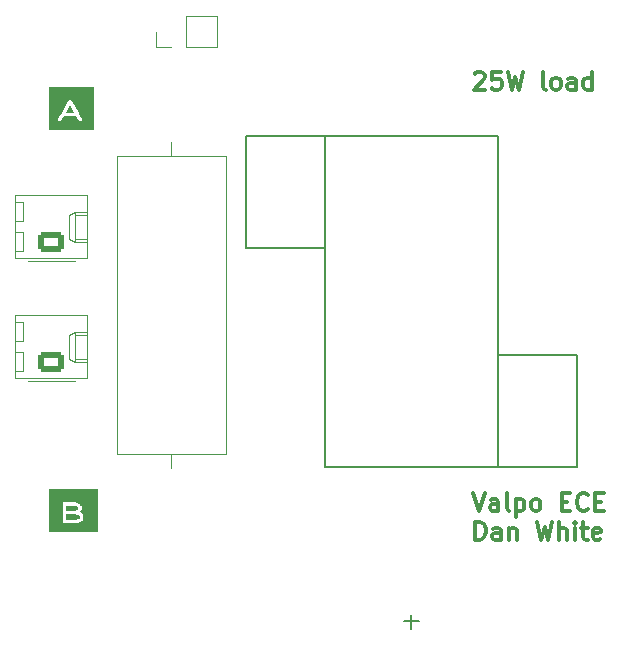
<source format=gbr>
%TF.GenerationSoftware,KiCad,Pcbnew,7.0.1-3b83917a11~172~ubuntu22.04.1*%
%TF.CreationDate,2023-04-12T15:56:53-05:00*%
%TF.ProjectId,load-resistors,6c6f6164-2d72-4657-9369-73746f72732e,rev?*%
%TF.SameCoordinates,Original*%
%TF.FileFunction,Legend,Top*%
%TF.FilePolarity,Positive*%
%FSLAX46Y46*%
G04 Gerber Fmt 4.6, Leading zero omitted, Abs format (unit mm)*
G04 Created by KiCad (PCBNEW 7.0.1-3b83917a11~172~ubuntu22.04.1) date 2023-04-12 15:56:53*
%MOMM*%
%LPD*%
G01*
G04 APERTURE LIST*
G04 Aperture macros list*
%AMRoundRect*
0 Rectangle with rounded corners*
0 $1 Rounding radius*
0 $2 $3 $4 $5 $6 $7 $8 $9 X,Y pos of 4 corners*
0 Add a 4 corners polygon primitive as box body*
4,1,4,$2,$3,$4,$5,$6,$7,$8,$9,$2,$3,0*
0 Add four circle primitives for the rounded corners*
1,1,$1+$1,$2,$3*
1,1,$1+$1,$4,$5*
1,1,$1+$1,$6,$7*
1,1,$1+$1,$8,$9*
0 Add four rect primitives between the rounded corners*
20,1,$1+$1,$2,$3,$4,$5,0*
20,1,$1+$1,$4,$5,$6,$7,0*
20,1,$1+$1,$6,$7,$8,$9,0*
20,1,$1+$1,$8,$9,$2,$3,0*%
G04 Aperture macros list end*
%ADD10C,0.300000*%
%ADD11C,0.120000*%
%ADD12C,0.152400*%
%ADD13C,3.200000*%
%ADD14O,1.700000X1.700000*%
%ADD15R,1.700000X1.700000*%
%ADD16RoundRect,0.250000X0.845000X-0.620000X0.845000X0.620000X-0.845000X0.620000X-0.845000X-0.620000X0*%
%ADD17O,2.190000X1.740000*%
%ADD18R,2.000000X2.000000*%
%ADD19C,2.000000*%
%ADD20C,2.400000*%
%ADD21O,2.400000X2.400000*%
G04 APERTURE END LIST*
D10*
X206025714Y-72119285D02*
X206097142Y-72047857D01*
X206097142Y-72047857D02*
X206240000Y-71976428D01*
X206240000Y-71976428D02*
X206597142Y-71976428D01*
X206597142Y-71976428D02*
X206740000Y-72047857D01*
X206740000Y-72047857D02*
X206811428Y-72119285D01*
X206811428Y-72119285D02*
X206882857Y-72262142D01*
X206882857Y-72262142D02*
X206882857Y-72405000D01*
X206882857Y-72405000D02*
X206811428Y-72619285D01*
X206811428Y-72619285D02*
X205954285Y-73476428D01*
X205954285Y-73476428D02*
X206882857Y-73476428D01*
X208239999Y-71976428D02*
X207525713Y-71976428D01*
X207525713Y-71976428D02*
X207454285Y-72690714D01*
X207454285Y-72690714D02*
X207525713Y-72619285D01*
X207525713Y-72619285D02*
X207668571Y-72547857D01*
X207668571Y-72547857D02*
X208025713Y-72547857D01*
X208025713Y-72547857D02*
X208168571Y-72619285D01*
X208168571Y-72619285D02*
X208239999Y-72690714D01*
X208239999Y-72690714D02*
X208311428Y-72833571D01*
X208311428Y-72833571D02*
X208311428Y-73190714D01*
X208311428Y-73190714D02*
X208239999Y-73333571D01*
X208239999Y-73333571D02*
X208168571Y-73405000D01*
X208168571Y-73405000D02*
X208025713Y-73476428D01*
X208025713Y-73476428D02*
X207668571Y-73476428D01*
X207668571Y-73476428D02*
X207525713Y-73405000D01*
X207525713Y-73405000D02*
X207454285Y-73333571D01*
X208811427Y-71976428D02*
X209168570Y-73476428D01*
X209168570Y-73476428D02*
X209454284Y-72405000D01*
X209454284Y-72405000D02*
X209739999Y-73476428D01*
X209739999Y-73476428D02*
X210097142Y-71976428D01*
X212025713Y-73476428D02*
X211882856Y-73405000D01*
X211882856Y-73405000D02*
X211811427Y-73262142D01*
X211811427Y-73262142D02*
X211811427Y-71976428D01*
X212811427Y-73476428D02*
X212668570Y-73405000D01*
X212668570Y-73405000D02*
X212597141Y-73333571D01*
X212597141Y-73333571D02*
X212525713Y-73190714D01*
X212525713Y-73190714D02*
X212525713Y-72762142D01*
X212525713Y-72762142D02*
X212597141Y-72619285D01*
X212597141Y-72619285D02*
X212668570Y-72547857D01*
X212668570Y-72547857D02*
X212811427Y-72476428D01*
X212811427Y-72476428D02*
X213025713Y-72476428D01*
X213025713Y-72476428D02*
X213168570Y-72547857D01*
X213168570Y-72547857D02*
X213239999Y-72619285D01*
X213239999Y-72619285D02*
X213311427Y-72762142D01*
X213311427Y-72762142D02*
X213311427Y-73190714D01*
X213311427Y-73190714D02*
X213239999Y-73333571D01*
X213239999Y-73333571D02*
X213168570Y-73405000D01*
X213168570Y-73405000D02*
X213025713Y-73476428D01*
X213025713Y-73476428D02*
X212811427Y-73476428D01*
X214597142Y-73476428D02*
X214597142Y-72690714D01*
X214597142Y-72690714D02*
X214525713Y-72547857D01*
X214525713Y-72547857D02*
X214382856Y-72476428D01*
X214382856Y-72476428D02*
X214097142Y-72476428D01*
X214097142Y-72476428D02*
X213954284Y-72547857D01*
X214597142Y-73405000D02*
X214454284Y-73476428D01*
X214454284Y-73476428D02*
X214097142Y-73476428D01*
X214097142Y-73476428D02*
X213954284Y-73405000D01*
X213954284Y-73405000D02*
X213882856Y-73262142D01*
X213882856Y-73262142D02*
X213882856Y-73119285D01*
X213882856Y-73119285D02*
X213954284Y-72976428D01*
X213954284Y-72976428D02*
X214097142Y-72905000D01*
X214097142Y-72905000D02*
X214454284Y-72905000D01*
X214454284Y-72905000D02*
X214597142Y-72833571D01*
X215954285Y-73476428D02*
X215954285Y-71976428D01*
X215954285Y-73405000D02*
X215811427Y-73476428D01*
X215811427Y-73476428D02*
X215525713Y-73476428D01*
X215525713Y-73476428D02*
X215382856Y-73405000D01*
X215382856Y-73405000D02*
X215311427Y-73333571D01*
X215311427Y-73333571D02*
X215239999Y-73190714D01*
X215239999Y-73190714D02*
X215239999Y-72762142D01*
X215239999Y-72762142D02*
X215311427Y-72619285D01*
X215311427Y-72619285D02*
X215382856Y-72547857D01*
X215382856Y-72547857D02*
X215525713Y-72476428D01*
X215525713Y-72476428D02*
X215811427Y-72476428D01*
X215811427Y-72476428D02*
X215954285Y-72547857D01*
X205882857Y-107646428D02*
X206382857Y-109146428D01*
X206382857Y-109146428D02*
X206882857Y-107646428D01*
X208025714Y-109146428D02*
X208025714Y-108360714D01*
X208025714Y-108360714D02*
X207954285Y-108217857D01*
X207954285Y-108217857D02*
X207811428Y-108146428D01*
X207811428Y-108146428D02*
X207525714Y-108146428D01*
X207525714Y-108146428D02*
X207382856Y-108217857D01*
X208025714Y-109075000D02*
X207882856Y-109146428D01*
X207882856Y-109146428D02*
X207525714Y-109146428D01*
X207525714Y-109146428D02*
X207382856Y-109075000D01*
X207382856Y-109075000D02*
X207311428Y-108932142D01*
X207311428Y-108932142D02*
X207311428Y-108789285D01*
X207311428Y-108789285D02*
X207382856Y-108646428D01*
X207382856Y-108646428D02*
X207525714Y-108575000D01*
X207525714Y-108575000D02*
X207882856Y-108575000D01*
X207882856Y-108575000D02*
X208025714Y-108503571D01*
X208954285Y-109146428D02*
X208811428Y-109075000D01*
X208811428Y-109075000D02*
X208739999Y-108932142D01*
X208739999Y-108932142D02*
X208739999Y-107646428D01*
X209525713Y-108146428D02*
X209525713Y-109646428D01*
X209525713Y-108217857D02*
X209668571Y-108146428D01*
X209668571Y-108146428D02*
X209954285Y-108146428D01*
X209954285Y-108146428D02*
X210097142Y-108217857D01*
X210097142Y-108217857D02*
X210168571Y-108289285D01*
X210168571Y-108289285D02*
X210239999Y-108432142D01*
X210239999Y-108432142D02*
X210239999Y-108860714D01*
X210239999Y-108860714D02*
X210168571Y-109003571D01*
X210168571Y-109003571D02*
X210097142Y-109075000D01*
X210097142Y-109075000D02*
X209954285Y-109146428D01*
X209954285Y-109146428D02*
X209668571Y-109146428D01*
X209668571Y-109146428D02*
X209525713Y-109075000D01*
X211097142Y-109146428D02*
X210954285Y-109075000D01*
X210954285Y-109075000D02*
X210882856Y-109003571D01*
X210882856Y-109003571D02*
X210811428Y-108860714D01*
X210811428Y-108860714D02*
X210811428Y-108432142D01*
X210811428Y-108432142D02*
X210882856Y-108289285D01*
X210882856Y-108289285D02*
X210954285Y-108217857D01*
X210954285Y-108217857D02*
X211097142Y-108146428D01*
X211097142Y-108146428D02*
X211311428Y-108146428D01*
X211311428Y-108146428D02*
X211454285Y-108217857D01*
X211454285Y-108217857D02*
X211525714Y-108289285D01*
X211525714Y-108289285D02*
X211597142Y-108432142D01*
X211597142Y-108432142D02*
X211597142Y-108860714D01*
X211597142Y-108860714D02*
X211525714Y-109003571D01*
X211525714Y-109003571D02*
X211454285Y-109075000D01*
X211454285Y-109075000D02*
X211311428Y-109146428D01*
X211311428Y-109146428D02*
X211097142Y-109146428D01*
X213382856Y-108360714D02*
X213882856Y-108360714D01*
X214097142Y-109146428D02*
X213382856Y-109146428D01*
X213382856Y-109146428D02*
X213382856Y-107646428D01*
X213382856Y-107646428D02*
X214097142Y-107646428D01*
X215597142Y-109003571D02*
X215525714Y-109075000D01*
X215525714Y-109075000D02*
X215311428Y-109146428D01*
X215311428Y-109146428D02*
X215168571Y-109146428D01*
X215168571Y-109146428D02*
X214954285Y-109075000D01*
X214954285Y-109075000D02*
X214811428Y-108932142D01*
X214811428Y-108932142D02*
X214739999Y-108789285D01*
X214739999Y-108789285D02*
X214668571Y-108503571D01*
X214668571Y-108503571D02*
X214668571Y-108289285D01*
X214668571Y-108289285D02*
X214739999Y-108003571D01*
X214739999Y-108003571D02*
X214811428Y-107860714D01*
X214811428Y-107860714D02*
X214954285Y-107717857D01*
X214954285Y-107717857D02*
X215168571Y-107646428D01*
X215168571Y-107646428D02*
X215311428Y-107646428D01*
X215311428Y-107646428D02*
X215525714Y-107717857D01*
X215525714Y-107717857D02*
X215597142Y-107789285D01*
X216239999Y-108360714D02*
X216739999Y-108360714D01*
X216954285Y-109146428D02*
X216239999Y-109146428D01*
X216239999Y-109146428D02*
X216239999Y-107646428D01*
X216239999Y-107646428D02*
X216954285Y-107646428D01*
X206097142Y-111576428D02*
X206097142Y-110076428D01*
X206097142Y-110076428D02*
X206454285Y-110076428D01*
X206454285Y-110076428D02*
X206668571Y-110147857D01*
X206668571Y-110147857D02*
X206811428Y-110290714D01*
X206811428Y-110290714D02*
X206882857Y-110433571D01*
X206882857Y-110433571D02*
X206954285Y-110719285D01*
X206954285Y-110719285D02*
X206954285Y-110933571D01*
X206954285Y-110933571D02*
X206882857Y-111219285D01*
X206882857Y-111219285D02*
X206811428Y-111362142D01*
X206811428Y-111362142D02*
X206668571Y-111505000D01*
X206668571Y-111505000D02*
X206454285Y-111576428D01*
X206454285Y-111576428D02*
X206097142Y-111576428D01*
X208240000Y-111576428D02*
X208240000Y-110790714D01*
X208240000Y-110790714D02*
X208168571Y-110647857D01*
X208168571Y-110647857D02*
X208025714Y-110576428D01*
X208025714Y-110576428D02*
X207740000Y-110576428D01*
X207740000Y-110576428D02*
X207597142Y-110647857D01*
X208240000Y-111505000D02*
X208097142Y-111576428D01*
X208097142Y-111576428D02*
X207740000Y-111576428D01*
X207740000Y-111576428D02*
X207597142Y-111505000D01*
X207597142Y-111505000D02*
X207525714Y-111362142D01*
X207525714Y-111362142D02*
X207525714Y-111219285D01*
X207525714Y-111219285D02*
X207597142Y-111076428D01*
X207597142Y-111076428D02*
X207740000Y-111005000D01*
X207740000Y-111005000D02*
X208097142Y-111005000D01*
X208097142Y-111005000D02*
X208240000Y-110933571D01*
X208954285Y-110576428D02*
X208954285Y-111576428D01*
X208954285Y-110719285D02*
X209025714Y-110647857D01*
X209025714Y-110647857D02*
X209168571Y-110576428D01*
X209168571Y-110576428D02*
X209382857Y-110576428D01*
X209382857Y-110576428D02*
X209525714Y-110647857D01*
X209525714Y-110647857D02*
X209597143Y-110790714D01*
X209597143Y-110790714D02*
X209597143Y-111576428D01*
X211311428Y-110076428D02*
X211668571Y-111576428D01*
X211668571Y-111576428D02*
X211954285Y-110505000D01*
X211954285Y-110505000D02*
X212240000Y-111576428D01*
X212240000Y-111576428D02*
X212597143Y-110076428D01*
X213168571Y-111576428D02*
X213168571Y-110076428D01*
X213811429Y-111576428D02*
X213811429Y-110790714D01*
X213811429Y-110790714D02*
X213740000Y-110647857D01*
X213740000Y-110647857D02*
X213597143Y-110576428D01*
X213597143Y-110576428D02*
X213382857Y-110576428D01*
X213382857Y-110576428D02*
X213240000Y-110647857D01*
X213240000Y-110647857D02*
X213168571Y-110719285D01*
X214525714Y-111576428D02*
X214525714Y-110576428D01*
X214525714Y-110076428D02*
X214454286Y-110147857D01*
X214454286Y-110147857D02*
X214525714Y-110219285D01*
X214525714Y-110219285D02*
X214597143Y-110147857D01*
X214597143Y-110147857D02*
X214525714Y-110076428D01*
X214525714Y-110076428D02*
X214525714Y-110219285D01*
X215025715Y-110576428D02*
X215597143Y-110576428D01*
X215240000Y-110076428D02*
X215240000Y-111362142D01*
X215240000Y-111362142D02*
X215311429Y-111505000D01*
X215311429Y-111505000D02*
X215454286Y-111576428D01*
X215454286Y-111576428D02*
X215597143Y-111576428D01*
X216668572Y-111505000D02*
X216525715Y-111576428D01*
X216525715Y-111576428D02*
X216240001Y-111576428D01*
X216240001Y-111576428D02*
X216097143Y-111505000D01*
X216097143Y-111505000D02*
X216025715Y-111362142D01*
X216025715Y-111362142D02*
X216025715Y-110790714D01*
X216025715Y-110790714D02*
X216097143Y-110647857D01*
X216097143Y-110647857D02*
X216240001Y-110576428D01*
X216240001Y-110576428D02*
X216525715Y-110576428D01*
X216525715Y-110576428D02*
X216668572Y-110647857D01*
X216668572Y-110647857D02*
X216740001Y-110790714D01*
X216740001Y-110790714D02*
X216740001Y-110933571D01*
X216740001Y-110933571D02*
X216025715Y-111076428D01*
G36*
X172139665Y-109423046D02*
G01*
X172146587Y-109421001D01*
X172448118Y-109480357D01*
X172525138Y-109525842D01*
X172594190Y-109607400D01*
X172594190Y-109711743D01*
X172525137Y-109793300D01*
X172441996Y-109842399D01*
X172238697Y-109902428D01*
X171442761Y-109902428D01*
X171442761Y-109416714D01*
X172117977Y-109416714D01*
X172139665Y-109423046D01*
G37*
G36*
X172321046Y-108762457D02*
G01*
X172404184Y-108811555D01*
X172473238Y-108893114D01*
X172473238Y-108926029D01*
X172404186Y-109007585D01*
X172321046Y-109056683D01*
X172117744Y-109116714D01*
X171442761Y-109116714D01*
X171442761Y-108702428D01*
X172117745Y-108702428D01*
X172321046Y-108762457D01*
G37*
G36*
X174134286Y-110900286D02*
G01*
X170023714Y-110900286D01*
X170023714Y-110074677D01*
X171138019Y-110074677D01*
X171151859Y-110104983D01*
X171161245Y-110136948D01*
X171169870Y-110144422D01*
X171174612Y-110154804D01*
X171202639Y-110172816D01*
X171227818Y-110194633D01*
X171239115Y-110196257D01*
X171248717Y-110202428D01*
X171282030Y-110202428D01*
X171315010Y-110207170D01*
X171325393Y-110202428D01*
X172238930Y-110202428D01*
X172260617Y-110208760D01*
X172302269Y-110196461D01*
X172344900Y-110183944D01*
X172344981Y-110183849D01*
X172521186Y-110131821D01*
X172540636Y-110132556D01*
X172562573Y-110119600D01*
X172565448Y-110118752D01*
X172581099Y-110108660D01*
X172684175Y-110047788D01*
X172709257Y-110040111D01*
X172735323Y-110009323D01*
X172762891Y-109979836D01*
X172763605Y-109975919D01*
X172837002Y-109889230D01*
X172846566Y-109884863D01*
X172865043Y-109856110D01*
X172872606Y-109847179D01*
X172876646Y-109838056D01*
X172894190Y-109810758D01*
X172894190Y-109798448D01*
X172899176Y-109787191D01*
X172894190Y-109755122D01*
X172894190Y-109585960D01*
X172898667Y-109576446D01*
X172894190Y-109542560D01*
X172894190Y-109530860D01*
X172891379Y-109521288D01*
X172887129Y-109489117D01*
X172879174Y-109479722D01*
X172875706Y-109467908D01*
X172851177Y-109446654D01*
X172749227Y-109326240D01*
X172737438Y-109302808D01*
X172702698Y-109282292D01*
X172668996Y-109260084D01*
X172665015Y-109260038D01*
X172610690Y-109227956D01*
X172614378Y-109223600D01*
X172641938Y-109194122D01*
X172642652Y-109190205D01*
X172716049Y-109103516D01*
X172725614Y-109099149D01*
X172744091Y-109070396D01*
X172751654Y-109061465D01*
X172755695Y-109052341D01*
X172773238Y-109025044D01*
X172773238Y-109012736D01*
X172778225Y-109001477D01*
X172773238Y-108969404D01*
X172773238Y-108871674D01*
X172777715Y-108862160D01*
X172773238Y-108828274D01*
X172773238Y-108816574D01*
X172770427Y-108807002D01*
X172766177Y-108774830D01*
X172758222Y-108765435D01*
X172754754Y-108753622D01*
X172730226Y-108732368D01*
X172628274Y-108611954D01*
X172616484Y-108588522D01*
X172581745Y-108568006D01*
X172548042Y-108545798D01*
X172544060Y-108545752D01*
X172478774Y-108507197D01*
X172466052Y-108492470D01*
X172441619Y-108485255D01*
X172439036Y-108483730D01*
X172420969Y-108479158D01*
X172202480Y-108414643D01*
X172183472Y-108402428D01*
X172139570Y-108402428D01*
X172095612Y-108402361D01*
X172095507Y-108402428D01*
X171303492Y-108402428D01*
X171270512Y-108397686D01*
X171240205Y-108411526D01*
X171208241Y-108420912D01*
X171200766Y-108429537D01*
X171190385Y-108434279D01*
X171172372Y-108462306D01*
X171150556Y-108487485D01*
X171148931Y-108498782D01*
X171142761Y-108508384D01*
X171142761Y-108541697D01*
X171138019Y-108574677D01*
X171142761Y-108585060D01*
X171142761Y-109255983D01*
X171138019Y-109288963D01*
X171142761Y-109299346D01*
X171142761Y-110041697D01*
X171138019Y-110074677D01*
X170023714Y-110074677D01*
X170023714Y-107321714D01*
X174134286Y-107321714D01*
X174134286Y-110900286D01*
G37*
G36*
X172124422Y-75437857D02*
G01*
X171428721Y-75437857D01*
X171776571Y-74821586D01*
X172124422Y-75437857D01*
G37*
G36*
X173771429Y-76864286D02*
G01*
X170023714Y-76864286D01*
X170023714Y-76025386D01*
X170773828Y-76025386D01*
X170803448Y-76108345D01*
X170873217Y-76162122D01*
X170960982Y-76169641D01*
X171038882Y-76128516D01*
X171259387Y-75737857D01*
X172293755Y-75737857D01*
X172503212Y-76108942D01*
X172550253Y-76154678D01*
X172636583Y-76172190D01*
X172718676Y-76140249D01*
X172770468Y-76068995D01*
X172775515Y-75981052D01*
X172515117Y-75519716D01*
X172499482Y-75485481D01*
X172493692Y-75481760D01*
X171913515Y-74453886D01*
X171903027Y-74424511D01*
X171874967Y-74402883D01*
X171849556Y-74378177D01*
X171840540Y-74376348D01*
X171833258Y-74370735D01*
X171797953Y-74367710D01*
X171763226Y-74360666D01*
X171754656Y-74364000D01*
X171745492Y-74363215D01*
X171714156Y-74379757D01*
X171681132Y-74392607D01*
X171675723Y-74400047D01*
X171667593Y-74404340D01*
X171650179Y-74435191D01*
X171629341Y-74463860D01*
X171628814Y-74473042D01*
X171048583Y-75501010D01*
X171029604Y-75522914D01*
X171027342Y-75538641D01*
X170788675Y-75961478D01*
X170773828Y-76025386D01*
X170023714Y-76025386D01*
X170023714Y-73285714D01*
X173771429Y-73285714D01*
X173771429Y-76864286D01*
G37*
D11*
%TO.C,JP1*%
X181610000Y-67250000D02*
X184210000Y-67250000D01*
X179010000Y-69910000D02*
X179010000Y-68580000D01*
X181610000Y-69910000D02*
X181610000Y-67250000D01*
X181610000Y-69910000D02*
X184210000Y-69910000D01*
X184210000Y-69910000D02*
X184210000Y-67250000D01*
X180340000Y-69910000D02*
X179010000Y-69910000D01*
%TO.C,J2*%
X173170000Y-97900000D02*
X173170000Y-92600000D01*
X167750000Y-95720000D02*
X167150000Y-95720000D01*
X168180000Y-98190000D02*
X172180000Y-98190000D01*
X167150000Y-97900000D02*
X173170000Y-97900000D01*
X167150000Y-94780000D02*
X167750000Y-94780000D01*
X172170000Y-93980000D02*
X173170000Y-93980000D01*
X173170000Y-94230000D02*
X172170000Y-94230000D01*
X167750000Y-97320000D02*
X167750000Y-95720000D01*
X167750000Y-94780000D02*
X167750000Y-93180000D01*
X171640000Y-94230000D02*
X172170000Y-93980000D01*
X172170000Y-96520000D02*
X172170000Y-93980000D01*
X173170000Y-96520000D02*
X172170000Y-96520000D01*
X173170000Y-96270000D02*
X172170000Y-96270000D01*
X172170000Y-96520000D02*
X171640000Y-96270000D01*
X167150000Y-92600000D02*
X167150000Y-97900000D01*
X167150000Y-97320000D02*
X167750000Y-97320000D01*
X173170000Y-92600000D02*
X167150000Y-92600000D01*
X167750000Y-93180000D02*
X167150000Y-93180000D01*
X171640000Y-96270000D02*
X171640000Y-94230000D01*
%TO.C,J1*%
X173170000Y-87740000D02*
X173170000Y-82440000D01*
X167750000Y-85560000D02*
X167150000Y-85560000D01*
X168180000Y-88030000D02*
X172180000Y-88030000D01*
X167150000Y-87740000D02*
X173170000Y-87740000D01*
X167150000Y-84620000D02*
X167750000Y-84620000D01*
X172170000Y-83820000D02*
X173170000Y-83820000D01*
X173170000Y-84070000D02*
X172170000Y-84070000D01*
X167750000Y-87160000D02*
X167750000Y-85560000D01*
X167750000Y-84620000D02*
X167750000Y-83020000D01*
X171640000Y-84070000D02*
X172170000Y-83820000D01*
X172170000Y-86360000D02*
X172170000Y-83820000D01*
X173170000Y-86360000D02*
X172170000Y-86360000D01*
X173170000Y-86110000D02*
X172170000Y-86110000D01*
X172170000Y-86360000D02*
X171640000Y-86110000D01*
X167150000Y-82440000D02*
X167150000Y-87740000D01*
X167150000Y-87160000D02*
X167750000Y-87160000D01*
X173170000Y-82440000D02*
X167150000Y-82440000D01*
X167750000Y-83020000D02*
X167150000Y-83020000D01*
X171640000Y-86110000D02*
X171640000Y-84070000D01*
D12*
%TO.C,R2*%
X207962500Y-105448100D02*
X214693500Y-105448100D01*
X214693500Y-105448100D02*
X214693500Y-95948500D01*
X214693500Y-95948500D02*
X207962500Y-95948500D01*
X193357500Y-77431900D02*
X186626500Y-77431900D01*
X186626500Y-77431900D02*
X186626500Y-86931500D01*
X186626500Y-86931500D02*
X193357500Y-86931500D01*
X200660000Y-119126000D02*
X200660000Y-117934740D01*
X200025000Y-118491000D02*
X201295000Y-118491000D01*
X207962500Y-105448100D02*
X207962500Y-77431900D01*
X207962500Y-77431900D02*
X193357500Y-77431900D01*
X193357500Y-77431900D02*
X193357500Y-105448100D01*
X193357500Y-105448100D02*
X207962500Y-105448100D01*
D11*
%TO.C,R1*%
X180340000Y-77889000D02*
X180340000Y-79069000D01*
X175720000Y-104309000D02*
X184960000Y-104309000D01*
X180340000Y-105489000D02*
X180340000Y-104309000D01*
X184960000Y-79069000D02*
X175720000Y-79069000D01*
X184960000Y-104309000D02*
X184960000Y-79069000D01*
X175720000Y-79069000D02*
X175720000Y-104309000D01*
%TD*%
%LPC*%
D13*
%TO.C,H4*%
X213360000Y-116840000D03*
%TD*%
%TO.C,H3*%
X170180000Y-116840000D03*
%TD*%
%TO.C,H2*%
X170180000Y-66040000D03*
%TD*%
%TO.C,H1*%
X213360000Y-66040000D03*
%TD*%
D14*
%TO.C,JP1*%
X182880000Y-68580000D03*
D15*
X180340000Y-68580000D03*
%TD*%
D16*
%TO.C,J2*%
X170180000Y-96520000D03*
D17*
X170180000Y-93980000D03*
%TD*%
D16*
%TO.C,J1*%
X170180000Y-86360000D03*
D17*
X170180000Y-83820000D03*
%TD*%
D18*
%TO.C,R2*%
X200660000Y-116840000D03*
D19*
X200660000Y-66040000D03*
%TD*%
D20*
%TO.C,R1*%
X180340000Y-76449000D03*
D21*
X180340000Y-106929000D03*
%TD*%
M02*

</source>
